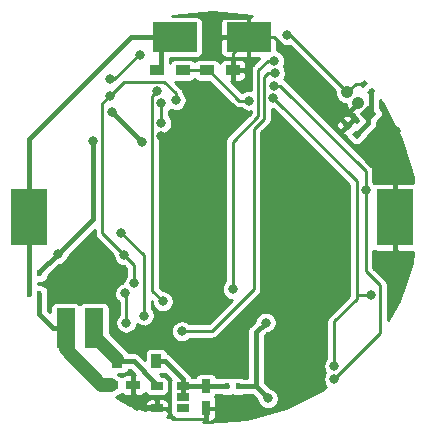
<source format=gbl>
G04 #@! TF.GenerationSoftware,KiCad,Pcbnew,no-vcs-found-f2763e9~58~ubuntu16.04.1*
G04 #@! TF.CreationDate,2017-03-23T18:14:37+02:00*
G04 #@! TF.ProjectId,multisensor_cr2032,6D756C746973656E736F725F63723230,rev?*
G04 #@! TF.FileFunction,Copper,L2,Bot,Signal*
G04 #@! TF.FilePolarity,Positive*
%FSLAX46Y46*%
G04 Gerber Fmt 4.6, Leading zero omitted, Abs format (unit mm)*
G04 Created by KiCad (PCBNEW no-vcs-found-f2763e9~58~ubuntu16.04.1) date Thu Mar 23 18:14:37 2017*
%MOMM*%
%LPD*%
G01*
G04 APERTURE LIST*
%ADD10C,0.100000*%
%ADD11C,0.400000*%
%ADD12R,3.149600X4.775200*%
%ADD13R,1.200000X0.750000*%
%ADD14R,3.750000X2.500000*%
%ADD15R,0.750000X1.200000*%
%ADD16R,0.900000X1.200000*%
%ADD17R,1.600000X3.400000*%
%ADD18R,1.060000X0.650000*%
%ADD19R,1.200000X0.900000*%
%ADD20R,0.400000X0.600000*%
%ADD21C,0.500000*%
%ADD22C,1.000000*%
%ADD23C,1.000000*%
%ADD24C,0.800000*%
%ADD25C,0.250000*%
%ADD26C,0.450000*%
%ADD27C,1.200000*%
%ADD28C,0.254000*%
G04 APERTURE END LIST*
D10*
D11*
X129681802Y-75581802D03*
D10*
G36*
X130035355Y-75511091D02*
X129611091Y-75935355D01*
X129328249Y-75652513D01*
X129752513Y-75228249D01*
X130035355Y-75511091D01*
X130035355Y-75511091D01*
G37*
D11*
X130318198Y-76218198D03*
D10*
G36*
X130671751Y-76147487D02*
X130247487Y-76571751D01*
X129964645Y-76288909D01*
X130388909Y-75864645D01*
X130671751Y-76147487D01*
X130671751Y-76147487D01*
G37*
D12*
X101346000Y-86868000D03*
X132384800Y-86868000D03*
D13*
X108270000Y-101092000D03*
X110170000Y-101092000D03*
D14*
X119965000Y-71628000D03*
X113715000Y-71628000D03*
D15*
X116332000Y-101158000D03*
X116332000Y-103058000D03*
D16*
X108840000Y-99060000D03*
X112140000Y-99060000D03*
D17*
X106864000Y-96266000D03*
X104464000Y-96266000D03*
D18*
X112184000Y-101158000D03*
X112184000Y-103058000D03*
X114384000Y-103058000D03*
X114384000Y-102108000D03*
X114384000Y-101158000D03*
D19*
X112184000Y-74422000D03*
X114384000Y-74422000D03*
X116418000Y-74422000D03*
X118618000Y-74422000D03*
D20*
X102250000Y-93400000D03*
X101350000Y-93400000D03*
X102250000Y-91600000D03*
X101350000Y-91600000D03*
X119050000Y-101200000D03*
X118150000Y-101200000D03*
D21*
X129088909Y-79888909D03*
D10*
G36*
X128700000Y-79853554D02*
X129053554Y-79500000D01*
X129477818Y-79924264D01*
X129124264Y-80277818D01*
X128700000Y-79853554D01*
X128700000Y-79853554D01*
G37*
D21*
X128311091Y-79111091D03*
D10*
G36*
X127922182Y-79075736D02*
X128275736Y-78722182D01*
X128700000Y-79146446D01*
X128346446Y-79500000D01*
X127922182Y-79075736D01*
X127922182Y-79075736D01*
G37*
D22*
X128303949Y-76303949D03*
D23*
X128303949Y-76303949D02*
X128303949Y-76303949D01*
D22*
X129201974Y-77201974D03*
D23*
X129201974Y-77201974D02*
X129201974Y-77201974D01*
D22*
X130100000Y-78100000D03*
D10*
G36*
X130100000Y-77392893D02*
X130807107Y-78100000D01*
X130100000Y-78807107D01*
X129392893Y-78100000D01*
X130100000Y-77392893D01*
X130100000Y-77392893D01*
G37*
D24*
X127324990Y-78200000D03*
X112575010Y-80010000D03*
X114500000Y-91400000D03*
X133600000Y-90200000D03*
X132400000Y-79600000D03*
X116796975Y-70121872D03*
X110490000Y-102870000D03*
X122193044Y-74682769D03*
X114300000Y-96520000D03*
X110975010Y-80518000D03*
X121400000Y-95800000D03*
X108400008Y-78000000D03*
X121600000Y-102200000D03*
X106800000Y-80400000D03*
X103800000Y-90000000D03*
X109424990Y-90100000D03*
X110275010Y-92456000D03*
X108200000Y-76600000D03*
X113792000Y-76948990D03*
X111100000Y-95200000D03*
X109193988Y-88200000D03*
X112575010Y-78914469D03*
X112575010Y-77230892D03*
X109500000Y-93300000D03*
X109600000Y-95800000D03*
X122134383Y-73634397D03*
X118618000Y-92963988D03*
X112700000Y-94000000D03*
X112212039Y-76175931D03*
X108200008Y-75200000D03*
X110744000Y-73152000D03*
X119999992Y-77000000D03*
X127200000Y-100600000D03*
X122078199Y-75731036D03*
X129875010Y-84582000D03*
X130324990Y-93500000D03*
X127200000Y-99499992D03*
X122050023Y-76798569D03*
X123189490Y-71485520D03*
D25*
X132400000Y-79600000D02*
X130900000Y-81100000D01*
X130900000Y-81100000D02*
X129000000Y-81100000D01*
X129000000Y-81100000D02*
X127900000Y-80000000D01*
X127900000Y-80000000D02*
X127900000Y-79522182D01*
X127900000Y-79522182D02*
X128311091Y-79111091D01*
X128311091Y-79111091D02*
X128236081Y-79111091D01*
X128236081Y-79111091D02*
X127324990Y-78200000D01*
X127324990Y-76862990D02*
X127324990Y-78200000D01*
X122090000Y-71628000D02*
X127324990Y-76862990D01*
X119965000Y-71628000D02*
X122090000Y-71628000D01*
X114500000Y-81934990D02*
X112575010Y-80010000D01*
X114500000Y-91400000D02*
X114500000Y-81934990D01*
X133600000Y-90200000D02*
X133034315Y-90200000D01*
X133034315Y-90200000D02*
X132384800Y-89550485D01*
X132384800Y-89550485D02*
X132384800Y-86868000D01*
X112184000Y-103058000D02*
X112858000Y-103058000D01*
X112858000Y-103058000D02*
X113400000Y-103600000D01*
X113400000Y-103600000D02*
X113400000Y-103800000D01*
X113400000Y-103800000D02*
X113600000Y-104000000D01*
X113600000Y-104000000D02*
X116264000Y-104000000D01*
X116264000Y-104000000D02*
X116332000Y-103932000D01*
X116332000Y-103932000D02*
X116332000Y-103468000D01*
X116332000Y-103468000D02*
X116600000Y-103200000D01*
X118618000Y-74582000D02*
X118618000Y-74422000D01*
X119965000Y-71628000D02*
X119965000Y-70000000D01*
X119965000Y-70000000D02*
X116918847Y-70000000D01*
X116918847Y-70000000D02*
X116796975Y-70121872D01*
X116332000Y-103932000D02*
X116332000Y-103058000D01*
X112184000Y-103058000D02*
X111458000Y-103058000D01*
X111458000Y-103058000D02*
X110170000Y-101770000D01*
X110170000Y-101770000D02*
X110170000Y-101092000D01*
X110490000Y-102870000D02*
X111996000Y-102870000D01*
X111996000Y-102870000D02*
X112184000Y-103058000D01*
X118618000Y-74422000D02*
X118618000Y-72975000D01*
X118618000Y-72975000D02*
X119965000Y-71628000D01*
X120382998Y-92977002D02*
X120382999Y-79417003D01*
X121275013Y-78524989D02*
X121275013Y-75035115D01*
X121275013Y-75035115D02*
X121627359Y-74682769D01*
X121627359Y-74682769D02*
X122193044Y-74682769D01*
X120382999Y-79417003D02*
X121275013Y-78524989D01*
X116840000Y-96520000D02*
X120382998Y-92977002D01*
X114300000Y-96520000D02*
X116840000Y-96520000D01*
D26*
X129088909Y-79888909D02*
X130100000Y-78877818D01*
X130100000Y-78877818D02*
X130100000Y-78100000D01*
X130318198Y-76218198D02*
X130318198Y-77881802D01*
X130318198Y-77881802D02*
X130100000Y-78100000D01*
X108400008Y-78000000D02*
X110918008Y-80518000D01*
X110918008Y-80518000D02*
X110975010Y-80518000D01*
X120600000Y-96600000D02*
X121400000Y-95800000D01*
X120600000Y-101200000D02*
X120600000Y-96600000D01*
X119050000Y-101200000D02*
X120600000Y-101200000D01*
X120600000Y-101200000D02*
X121600000Y-102200000D01*
X102250000Y-91600000D02*
X102250000Y-91550000D01*
X102250000Y-91550000D02*
X103800000Y-90000000D01*
X103800000Y-90000000D02*
X106800000Y-87000000D01*
X106800000Y-87000000D02*
X106800000Y-80400000D01*
D25*
X110275010Y-90950020D02*
X109424990Y-90100000D01*
X107575002Y-88250012D02*
X109424990Y-90100000D01*
X107575002Y-77224998D02*
X107575002Y-88250012D01*
X110275010Y-92456000D02*
X110275010Y-90950020D01*
X108200000Y-76600000D02*
X107575002Y-77224998D01*
X109399070Y-75400930D02*
X108200000Y-76600000D01*
X112809625Y-75400930D02*
X109399070Y-75400930D01*
X113792000Y-76948990D02*
X113792000Y-76383305D01*
X113792000Y-76383305D02*
X112809625Y-75400930D01*
X111100000Y-90106012D02*
X111100000Y-95200000D01*
X109193988Y-88200000D02*
X111100000Y-90106012D01*
X112575010Y-78914469D02*
X112575010Y-77230892D01*
X109600000Y-95800000D02*
X109600000Y-93400000D01*
X109600000Y-93400000D02*
X109500000Y-93300000D01*
X118618000Y-80474880D02*
X118618000Y-92963988D01*
X122134383Y-73634397D02*
X121568698Y-73634397D01*
X120775006Y-78317874D02*
X118618000Y-80474880D01*
X121568698Y-73634397D02*
X120775006Y-74428089D01*
X120775006Y-74428089D02*
X120775006Y-78317874D01*
X111800000Y-93100000D02*
X112700000Y-94000000D01*
X111800000Y-76587970D02*
X111800000Y-93100000D01*
X112212039Y-76175931D02*
X111800000Y-76587970D01*
X108840000Y-99060000D02*
X108840000Y-98910000D01*
D27*
X108840000Y-98910000D02*
X106864000Y-96934000D01*
D25*
X106864000Y-96934000D02*
X106864000Y-96266000D01*
D26*
X111979000Y-101158000D02*
X111979000Y-100803000D01*
X111979000Y-100803000D02*
X110236000Y-99060000D01*
X110236000Y-99060000D02*
X108840000Y-99060000D01*
D25*
X112184000Y-101158000D02*
X111979000Y-101158000D01*
X110744000Y-73152000D02*
X110648000Y-73152000D01*
X110648000Y-73152000D02*
X108600000Y-75200000D01*
X108600000Y-75200000D02*
X108200008Y-75200000D01*
X119146000Y-77000000D02*
X119999992Y-77000000D01*
X116418000Y-74422000D02*
X116568000Y-74422000D01*
X116568000Y-74422000D02*
X119146000Y-77000000D01*
X116418000Y-74422000D02*
X114384000Y-74422000D01*
D26*
X101350000Y-91600000D02*
X101350000Y-93400000D01*
X101350000Y-91600000D02*
X101350000Y-86872000D01*
X101350000Y-86872000D02*
X101346000Y-86868000D01*
X113715000Y-71628000D02*
X109972000Y-71628000D01*
X109972000Y-71628000D02*
X101346000Y-80254000D01*
X101346000Y-80254000D02*
X101346000Y-86868000D01*
X101346000Y-86868000D02*
X101214000Y-87000000D01*
X101214000Y-87000000D02*
X101400000Y-87000000D01*
X112184000Y-74422000D02*
X112522000Y-74084000D01*
X112522000Y-74084000D02*
X112522000Y-72821000D01*
X112522000Y-72821000D02*
X113715000Y-71628000D01*
X102250000Y-93400000D02*
X102250000Y-95102000D01*
X103414000Y-96266000D02*
X104464000Y-96266000D01*
X102250000Y-95102000D02*
X103414000Y-96266000D01*
D27*
X108270000Y-101092000D02*
X107492000Y-101092000D01*
X107492000Y-101092000D02*
X104464000Y-98064000D01*
X104464000Y-98064000D02*
X104464000Y-96266000D01*
X107986000Y-101092000D02*
X108270000Y-101092000D01*
D26*
X116332000Y-101158000D02*
X118108000Y-101158000D01*
D25*
X118108000Y-101158000D02*
X118150000Y-101200000D01*
X111810000Y-99060000D02*
X112140000Y-99060000D01*
D26*
X114384000Y-101158000D02*
X116332000Y-101158000D01*
X114384000Y-101158000D02*
X114384000Y-100583000D01*
X112861000Y-99060000D02*
X112140000Y-99060000D01*
X114384000Y-100583000D02*
X112861000Y-99060000D01*
X114384000Y-102108000D02*
X114384000Y-101158000D01*
D25*
X131100000Y-92652996D02*
X131100000Y-96700000D01*
X129875010Y-84582000D02*
X129875010Y-91428006D01*
X129875010Y-91428006D02*
X131100000Y-92652996D01*
X131100000Y-96700000D02*
X127200000Y-100600000D01*
X122643884Y-75731036D02*
X122078199Y-75731036D01*
X129875010Y-82962162D02*
X122643884Y-75731036D01*
X129875010Y-84582000D02*
X129875010Y-82962162D01*
X129200000Y-93500000D02*
X130324990Y-93500000D01*
X129100000Y-93600000D02*
X129200000Y-93500000D01*
X129100000Y-83848546D02*
X129100000Y-93600000D01*
X129100000Y-93600000D02*
X129100000Y-93800000D01*
X129100000Y-93800000D02*
X127200000Y-95700000D01*
X127200000Y-95700000D02*
X127200000Y-99499992D01*
X122050023Y-76798569D02*
X129100000Y-83848546D01*
X129681802Y-75581802D02*
X129026096Y-75581802D01*
X129026096Y-75581802D02*
X128303949Y-76303949D01*
X128303949Y-76303949D02*
X123485520Y-71485520D01*
X123485520Y-71485520D02*
X123189490Y-71485520D01*
D28*
G36*
X115443552Y-75246448D02*
X115523798Y-75312304D01*
X115615350Y-75361239D01*
X115714690Y-75391374D01*
X115818000Y-75401549D01*
X116625481Y-75401549D01*
X118684967Y-77461034D01*
X118731518Y-77499271D01*
X118777642Y-77537974D01*
X118780647Y-77539626D01*
X118783296Y-77541802D01*
X118836371Y-77570261D01*
X118889150Y-77599276D01*
X118892418Y-77600313D01*
X118895440Y-77601933D01*
X118953066Y-77619551D01*
X119010442Y-77637752D01*
X119013846Y-77638134D01*
X119017127Y-77639137D01*
X119077133Y-77645233D01*
X119136897Y-77651936D01*
X119143588Y-77651983D01*
X119143725Y-77651997D01*
X119143853Y-77651985D01*
X119146000Y-77652000D01*
X119340884Y-77652000D01*
X119396278Y-77709362D01*
X119545558Y-77813114D01*
X119712147Y-77885895D01*
X119889700Y-77924932D01*
X120071455Y-77928740D01*
X120123006Y-77919650D01*
X120123006Y-78047806D01*
X118156966Y-80013846D01*
X118118690Y-80060445D01*
X118080026Y-80106522D01*
X118078376Y-80109524D01*
X118076198Y-80112175D01*
X118047728Y-80165272D01*
X118018724Y-80218030D01*
X118017687Y-80221298D01*
X118016067Y-80224320D01*
X117998449Y-80281946D01*
X117980248Y-80339322D01*
X117979866Y-80342726D01*
X117978863Y-80346007D01*
X117972772Y-80405969D01*
X117966064Y-80465777D01*
X117966017Y-80472478D01*
X117966004Y-80472605D01*
X117966015Y-80472723D01*
X117966000Y-80474880D01*
X117966000Y-92304958D01*
X117904441Y-92365241D01*
X117801733Y-92515242D01*
X117730117Y-92682335D01*
X117692320Y-92860156D01*
X117689782Y-93041933D01*
X117722599Y-93220740D01*
X117789522Y-93389768D01*
X117888001Y-93542578D01*
X118014286Y-93673350D01*
X118163566Y-93777102D01*
X118330155Y-93849883D01*
X118507708Y-93888920D01*
X118548165Y-93889768D01*
X116569932Y-95868000D01*
X114959015Y-95868000D01*
X114893751Y-95802278D01*
X114743037Y-95700621D01*
X114575448Y-95630173D01*
X114397367Y-95593618D01*
X114215577Y-95592349D01*
X114037003Y-95626413D01*
X113868447Y-95694515D01*
X113716328Y-95794058D01*
X113586441Y-95921253D01*
X113483733Y-96071254D01*
X113412117Y-96238347D01*
X113374320Y-96416168D01*
X113371782Y-96597945D01*
X113404599Y-96776752D01*
X113471522Y-96945780D01*
X113570001Y-97098590D01*
X113696286Y-97229362D01*
X113845566Y-97333114D01*
X114012155Y-97405895D01*
X114189708Y-97444932D01*
X114371463Y-97448740D01*
X114550495Y-97417171D01*
X114719986Y-97351430D01*
X114873479Y-97254020D01*
X114959609Y-97172000D01*
X116840000Y-97172000D01*
X116899953Y-97166122D01*
X116959937Y-97160874D01*
X116963229Y-97159918D01*
X116966641Y-97159583D01*
X117024283Y-97142180D01*
X117082132Y-97125373D01*
X117085177Y-97123795D01*
X117088458Y-97122804D01*
X117141633Y-97094530D01*
X117195105Y-97066813D01*
X117197784Y-97064675D01*
X117200811Y-97063065D01*
X117247506Y-97024982D01*
X117294552Y-96987425D01*
X117299324Y-96982720D01*
X117299422Y-96982640D01*
X117299497Y-96982550D01*
X117301034Y-96981034D01*
X120844032Y-93438035D01*
X120882288Y-93391462D01*
X120920972Y-93345360D01*
X120922622Y-93342358D01*
X120924800Y-93339707D01*
X120953270Y-93286610D01*
X120982274Y-93233852D01*
X120983311Y-93230584D01*
X120984931Y-93227562D01*
X121002549Y-93169936D01*
X121020750Y-93112560D01*
X121021132Y-93109156D01*
X121022135Y-93105875D01*
X121028226Y-93045913D01*
X121034934Y-92986105D01*
X121034981Y-92979404D01*
X121034994Y-92979277D01*
X121034983Y-92979159D01*
X121034998Y-92977002D01*
X121034999Y-79687071D01*
X121736046Y-78986023D01*
X121774298Y-78939454D01*
X121812987Y-78893347D01*
X121814637Y-78890345D01*
X121816815Y-78887694D01*
X121845296Y-78834578D01*
X121874289Y-78781839D01*
X121875325Y-78778573D01*
X121876946Y-78775550D01*
X121894569Y-78717909D01*
X121912765Y-78660547D01*
X121913147Y-78657143D01*
X121914150Y-78653862D01*
X121920241Y-78593896D01*
X121926949Y-78534092D01*
X121926996Y-78527392D01*
X121927009Y-78527265D01*
X121926998Y-78527147D01*
X121927013Y-78524989D01*
X121927013Y-77720705D01*
X121939731Y-77723501D01*
X122055308Y-77725922D01*
X128448000Y-84118614D01*
X128448000Y-93529933D01*
X126738966Y-95238966D01*
X126700690Y-95285565D01*
X126662026Y-95331642D01*
X126660376Y-95334644D01*
X126658198Y-95337295D01*
X126629728Y-95390392D01*
X126600724Y-95443150D01*
X126599687Y-95446418D01*
X126598067Y-95449440D01*
X126580449Y-95507066D01*
X126562248Y-95564442D01*
X126561866Y-95567846D01*
X126560863Y-95571127D01*
X126554772Y-95631089D01*
X126548064Y-95690897D01*
X126548017Y-95697598D01*
X126548004Y-95697725D01*
X126548015Y-95697843D01*
X126548000Y-95700000D01*
X126548000Y-98840962D01*
X126486441Y-98901245D01*
X126383733Y-99051246D01*
X126312117Y-99218339D01*
X126274320Y-99396160D01*
X126271782Y-99577937D01*
X126304599Y-99756744D01*
X126371522Y-99925772D01*
X126452300Y-100051115D01*
X126383733Y-100151254D01*
X126312117Y-100318347D01*
X126274320Y-100496168D01*
X126271782Y-100677945D01*
X126304599Y-100856752D01*
X126371522Y-101025780D01*
X126470001Y-101178590D01*
X126521355Y-101231769D01*
X126143081Y-101527309D01*
X123118563Y-103055103D01*
X119854898Y-103966335D01*
X116476396Y-104226296D01*
X116127551Y-104184699D01*
X116259000Y-104053250D01*
X116259000Y-103131000D01*
X116405000Y-103131000D01*
X116405000Y-104053250D01*
X116536750Y-104185000D01*
X116758905Y-104185000D01*
X116860720Y-104164748D01*
X116956628Y-104125021D01*
X117042943Y-104067348D01*
X117116348Y-103993943D01*
X117174021Y-103907628D01*
X117213748Y-103811720D01*
X117234000Y-103709905D01*
X117234000Y-103262750D01*
X117102250Y-103131000D01*
X116405000Y-103131000D01*
X116259000Y-103131000D01*
X116239000Y-103131000D01*
X116239000Y-102985000D01*
X116259000Y-102985000D01*
X116259000Y-102965000D01*
X116405000Y-102965000D01*
X116405000Y-102985000D01*
X117102250Y-102985000D01*
X117234000Y-102853250D01*
X117234000Y-102406095D01*
X117213748Y-102304280D01*
X117174021Y-102208372D01*
X117116348Y-102122057D01*
X117101863Y-102107572D01*
X117147304Y-102052202D01*
X117196239Y-101960650D01*
X117211604Y-101910000D01*
X117618872Y-101910000D01*
X117655798Y-101940304D01*
X117747350Y-101989239D01*
X117846690Y-102019374D01*
X117950000Y-102029549D01*
X118350000Y-102029549D01*
X118453310Y-102019374D01*
X118552650Y-101989239D01*
X118600000Y-101963930D01*
X118647350Y-101989239D01*
X118746690Y-102019374D01*
X118850000Y-102029549D01*
X119250000Y-102029549D01*
X119353310Y-102019374D01*
X119452650Y-101989239D01*
X119522320Y-101952000D01*
X120288512Y-101952000D01*
X120684668Y-102348157D01*
X120704599Y-102456752D01*
X120771522Y-102625780D01*
X120870001Y-102778590D01*
X120996286Y-102909362D01*
X121145566Y-103013114D01*
X121312155Y-103085895D01*
X121489708Y-103124932D01*
X121671463Y-103128740D01*
X121850495Y-103097171D01*
X122019986Y-103031430D01*
X122173479Y-102934020D01*
X122305130Y-102808651D01*
X122409921Y-102660099D01*
X122483864Y-102494022D01*
X122524140Y-102316746D01*
X122527039Y-102109103D01*
X122491729Y-101930771D01*
X122422452Y-101762694D01*
X122321849Y-101611274D01*
X122193751Y-101482278D01*
X122043037Y-101380621D01*
X121875448Y-101310173D01*
X121747371Y-101283882D01*
X121352000Y-100888512D01*
X121352000Y-96911488D01*
X121548296Y-96715192D01*
X121650495Y-96697171D01*
X121819986Y-96631430D01*
X121973479Y-96534020D01*
X122105130Y-96408651D01*
X122209921Y-96260099D01*
X122283864Y-96094022D01*
X122324140Y-95916746D01*
X122327039Y-95709103D01*
X122291729Y-95530771D01*
X122222452Y-95362694D01*
X122121849Y-95211274D01*
X121993751Y-95082278D01*
X121843037Y-94980621D01*
X121675448Y-94910173D01*
X121497367Y-94873618D01*
X121315577Y-94872349D01*
X121137003Y-94906413D01*
X120968447Y-94974515D01*
X120816328Y-95074058D01*
X120686441Y-95201253D01*
X120583733Y-95351254D01*
X120512117Y-95518347D01*
X120483491Y-95653021D01*
X120068256Y-96068256D01*
X120024174Y-96121922D01*
X119979515Y-96175145D01*
X119977610Y-96178611D01*
X119975100Y-96181666D01*
X119942280Y-96242875D01*
X119908810Y-96303756D01*
X119907614Y-96307526D01*
X119905746Y-96311010D01*
X119885438Y-96377434D01*
X119864433Y-96443650D01*
X119863992Y-96447579D01*
X119862836Y-96451361D01*
X119855820Y-96520439D01*
X119848073Y-96589500D01*
X119848019Y-96597235D01*
X119848005Y-96597375D01*
X119848017Y-96597506D01*
X119848000Y-96600000D01*
X119848000Y-100448000D01*
X119522320Y-100448000D01*
X119452650Y-100410761D01*
X119353310Y-100380626D01*
X119250000Y-100370451D01*
X118850000Y-100370451D01*
X118746690Y-100380626D01*
X118647350Y-100410761D01*
X118600000Y-100436070D01*
X118552650Y-100410761D01*
X118453310Y-100380626D01*
X118350000Y-100370451D01*
X117950000Y-100370451D01*
X117846690Y-100380626D01*
X117763045Y-100406000D01*
X117211604Y-100406000D01*
X117196239Y-100355350D01*
X117147304Y-100263798D01*
X117081448Y-100183552D01*
X117001202Y-100117696D01*
X116909650Y-100068761D01*
X116810310Y-100038626D01*
X116707000Y-100028451D01*
X115957000Y-100028451D01*
X115853690Y-100038626D01*
X115754350Y-100068761D01*
X115662798Y-100117696D01*
X115582552Y-100183552D01*
X115516696Y-100263798D01*
X115467761Y-100355350D01*
X115452396Y-100406000D01*
X115224413Y-100406000D01*
X115208202Y-100392696D01*
X115116650Y-100343761D01*
X115091647Y-100336176D01*
X115082221Y-100303731D01*
X115080403Y-100300223D01*
X115079259Y-100296435D01*
X115046625Y-100235059D01*
X115014680Y-100173432D01*
X115012215Y-100170344D01*
X115010357Y-100166850D01*
X114966447Y-100113010D01*
X114923117Y-100058732D01*
X114917691Y-100053230D01*
X114917597Y-100053115D01*
X114917490Y-100053027D01*
X114915744Y-100051256D01*
X113392744Y-98528256D01*
X113339078Y-98484174D01*
X113285855Y-98439515D01*
X113282389Y-98437610D01*
X113279334Y-98435100D01*
X113218125Y-98402280D01*
X113157244Y-98368810D01*
X113153474Y-98367614D01*
X113149990Y-98365746D01*
X113108250Y-98352985D01*
X113079239Y-98257350D01*
X113030304Y-98165798D01*
X112964448Y-98085552D01*
X112884202Y-98019696D01*
X112792650Y-97970761D01*
X112693310Y-97940626D01*
X112590000Y-97930451D01*
X111690000Y-97930451D01*
X111586690Y-97940626D01*
X111487350Y-97970761D01*
X111395798Y-98019696D01*
X111315552Y-98085552D01*
X111249696Y-98165798D01*
X111200761Y-98257350D01*
X111170626Y-98356690D01*
X111160451Y-98460000D01*
X111160451Y-98920963D01*
X110767744Y-98528256D01*
X110714078Y-98484174D01*
X110660855Y-98439515D01*
X110657389Y-98437610D01*
X110654334Y-98435100D01*
X110593125Y-98402280D01*
X110532244Y-98368810D01*
X110528474Y-98367614D01*
X110524990Y-98365746D01*
X110458566Y-98345438D01*
X110392350Y-98324433D01*
X110388421Y-98323992D01*
X110384639Y-98322836D01*
X110315561Y-98315820D01*
X110246500Y-98308073D01*
X110238765Y-98308019D01*
X110238625Y-98308005D01*
X110238494Y-98308017D01*
X110236000Y-98308000D01*
X109794604Y-98308000D01*
X109779239Y-98257350D01*
X109730304Y-98165798D01*
X109664448Y-98085552D01*
X109584202Y-98019696D01*
X109496794Y-97972976D01*
X108193549Y-96669731D01*
X108193549Y-94566000D01*
X108183374Y-94462690D01*
X108153239Y-94363350D01*
X108104304Y-94271798D01*
X108038448Y-94191552D01*
X107958202Y-94125696D01*
X107866650Y-94076761D01*
X107767310Y-94046626D01*
X107664000Y-94036451D01*
X106064000Y-94036451D01*
X105960690Y-94046626D01*
X105861350Y-94076761D01*
X105769798Y-94125696D01*
X105689552Y-94191552D01*
X105664000Y-94222687D01*
X105638448Y-94191552D01*
X105558202Y-94125696D01*
X105466650Y-94076761D01*
X105367310Y-94046626D01*
X105264000Y-94036451D01*
X103664000Y-94036451D01*
X103560690Y-94046626D01*
X103461350Y-94076761D01*
X103369798Y-94125696D01*
X103289552Y-94191552D01*
X103223696Y-94271798D01*
X103174761Y-94363350D01*
X103144626Y-94462690D01*
X103134451Y-94566000D01*
X103134451Y-94922963D01*
X103002000Y-94790512D01*
X103002000Y-93400000D01*
X102987678Y-93253936D01*
X102979549Y-93227011D01*
X102979549Y-93100000D01*
X102969374Y-92996690D01*
X102939239Y-92897350D01*
X102890304Y-92805798D01*
X102824448Y-92725552D01*
X102744202Y-92659696D01*
X102652650Y-92610761D01*
X102553310Y-92580626D01*
X102450000Y-92570451D01*
X102102000Y-92570451D01*
X102102000Y-92429549D01*
X102450000Y-92429549D01*
X102553310Y-92419374D01*
X102652650Y-92389239D01*
X102744202Y-92340304D01*
X102824448Y-92274448D01*
X102890304Y-92194202D01*
X102939239Y-92102650D01*
X102969374Y-92003310D01*
X102979549Y-91900000D01*
X102979549Y-91883939D01*
X103948296Y-90915192D01*
X104050495Y-90897171D01*
X104219986Y-90831430D01*
X104373479Y-90734020D01*
X104505130Y-90608651D01*
X104609921Y-90460099D01*
X104683864Y-90294022D01*
X104717495Y-90145993D01*
X106923002Y-87940487D01*
X106923002Y-88250012D01*
X106928880Y-88309965D01*
X106934128Y-88369949D01*
X106935084Y-88373241D01*
X106935419Y-88376653D01*
X106952822Y-88434295D01*
X106969629Y-88492144D01*
X106971207Y-88495189D01*
X106972198Y-88498470D01*
X107000472Y-88551645D01*
X107028189Y-88605117D01*
X107030327Y-88607796D01*
X107031937Y-88610823D01*
X107070020Y-88657518D01*
X107107577Y-88704564D01*
X107112282Y-88709336D01*
X107112362Y-88709434D01*
X107112452Y-88709509D01*
X107113968Y-88711046D01*
X108497930Y-90095008D01*
X108496772Y-90177945D01*
X108529589Y-90356752D01*
X108596512Y-90525780D01*
X108694991Y-90678590D01*
X108821276Y-90809362D01*
X108970556Y-90913114D01*
X109137145Y-90985895D01*
X109314698Y-91024932D01*
X109430276Y-91027354D01*
X109623010Y-91220087D01*
X109623010Y-91796970D01*
X109561451Y-91857253D01*
X109458743Y-92007254D01*
X109387127Y-92174347D01*
X109349330Y-92352168D01*
X109348871Y-92385074D01*
X109237003Y-92406413D01*
X109068447Y-92474515D01*
X108916328Y-92574058D01*
X108786441Y-92701253D01*
X108683733Y-92851254D01*
X108612117Y-93018347D01*
X108574320Y-93196168D01*
X108571782Y-93377945D01*
X108604599Y-93556752D01*
X108671522Y-93725780D01*
X108770001Y-93878590D01*
X108896286Y-94009362D01*
X108948000Y-94045304D01*
X108948000Y-95140970D01*
X108886441Y-95201253D01*
X108783733Y-95351254D01*
X108712117Y-95518347D01*
X108674320Y-95696168D01*
X108671782Y-95877945D01*
X108704599Y-96056752D01*
X108771522Y-96225780D01*
X108870001Y-96378590D01*
X108996286Y-96509362D01*
X109145566Y-96613114D01*
X109312155Y-96685895D01*
X109489708Y-96724932D01*
X109671463Y-96728740D01*
X109850495Y-96697171D01*
X110019986Y-96631430D01*
X110173479Y-96534020D01*
X110305130Y-96408651D01*
X110409921Y-96260099D01*
X110483864Y-96094022D01*
X110521790Y-95927088D01*
X110645566Y-96013114D01*
X110812155Y-96085895D01*
X110989708Y-96124932D01*
X111171463Y-96128740D01*
X111350495Y-96097171D01*
X111519986Y-96031430D01*
X111673479Y-95934020D01*
X111805130Y-95808651D01*
X111909921Y-95660099D01*
X111983864Y-95494022D01*
X112024140Y-95316746D01*
X112027039Y-95109103D01*
X111991729Y-94930771D01*
X111922452Y-94762694D01*
X111821849Y-94611274D01*
X111752000Y-94540935D01*
X111752000Y-93974068D01*
X111772940Y-93995008D01*
X111771782Y-94077945D01*
X111804599Y-94256752D01*
X111871522Y-94425780D01*
X111970001Y-94578590D01*
X112096286Y-94709362D01*
X112245566Y-94813114D01*
X112412155Y-94885895D01*
X112589708Y-94924932D01*
X112771463Y-94928740D01*
X112950495Y-94897171D01*
X113119986Y-94831430D01*
X113273479Y-94734020D01*
X113405130Y-94608651D01*
X113509921Y-94460099D01*
X113583864Y-94294022D01*
X113624140Y-94116746D01*
X113627039Y-93909103D01*
X113591729Y-93730771D01*
X113522452Y-93562694D01*
X113421849Y-93411274D01*
X113293751Y-93282278D01*
X113143037Y-93180621D01*
X112975448Y-93110173D01*
X112797367Y-93073618D01*
X112694971Y-93072903D01*
X112452000Y-92829932D01*
X112452000Y-79836605D01*
X112464718Y-79839401D01*
X112646473Y-79843209D01*
X112825505Y-79811640D01*
X112994996Y-79745899D01*
X113148489Y-79648489D01*
X113280140Y-79523120D01*
X113384931Y-79374568D01*
X113458874Y-79208491D01*
X113499150Y-79031215D01*
X113502049Y-78823572D01*
X113466739Y-78645240D01*
X113397462Y-78477163D01*
X113296859Y-78325743D01*
X113227010Y-78255404D01*
X113227010Y-77890138D01*
X113280140Y-77839543D01*
X113335688Y-77760799D01*
X113337566Y-77762104D01*
X113504155Y-77834885D01*
X113681708Y-77873922D01*
X113863463Y-77877730D01*
X114042495Y-77846161D01*
X114211986Y-77780420D01*
X114365479Y-77683010D01*
X114497130Y-77557641D01*
X114601921Y-77409089D01*
X114675864Y-77243012D01*
X114716140Y-77065736D01*
X114719039Y-76858093D01*
X114683729Y-76679761D01*
X114614452Y-76511684D01*
X114513849Y-76360264D01*
X114434346Y-76280204D01*
X114432873Y-76263368D01*
X114431918Y-76260081D01*
X114431583Y-76256664D01*
X114414153Y-76198934D01*
X114397372Y-76141173D01*
X114395796Y-76138132D01*
X114394804Y-76134847D01*
X114366512Y-76081637D01*
X114338813Y-76028200D01*
X114336675Y-76025521D01*
X114335065Y-76022494D01*
X114296982Y-75975799D01*
X114259425Y-75928753D01*
X114254720Y-75923981D01*
X114254640Y-75923883D01*
X114254550Y-75923808D01*
X114253034Y-75922271D01*
X113726665Y-75395902D01*
X113784000Y-75401549D01*
X114984000Y-75401549D01*
X115087310Y-75391374D01*
X115186650Y-75361239D01*
X115278202Y-75312304D01*
X115358448Y-75246448D01*
X115401000Y-75194598D01*
X115443552Y-75246448D01*
X115443552Y-75246448D01*
G37*
X115443552Y-75246448D02*
X115523798Y-75312304D01*
X115615350Y-75361239D01*
X115714690Y-75391374D01*
X115818000Y-75401549D01*
X116625481Y-75401549D01*
X118684967Y-77461034D01*
X118731518Y-77499271D01*
X118777642Y-77537974D01*
X118780647Y-77539626D01*
X118783296Y-77541802D01*
X118836371Y-77570261D01*
X118889150Y-77599276D01*
X118892418Y-77600313D01*
X118895440Y-77601933D01*
X118953066Y-77619551D01*
X119010442Y-77637752D01*
X119013846Y-77638134D01*
X119017127Y-77639137D01*
X119077133Y-77645233D01*
X119136897Y-77651936D01*
X119143588Y-77651983D01*
X119143725Y-77651997D01*
X119143853Y-77651985D01*
X119146000Y-77652000D01*
X119340884Y-77652000D01*
X119396278Y-77709362D01*
X119545558Y-77813114D01*
X119712147Y-77885895D01*
X119889700Y-77924932D01*
X120071455Y-77928740D01*
X120123006Y-77919650D01*
X120123006Y-78047806D01*
X118156966Y-80013846D01*
X118118690Y-80060445D01*
X118080026Y-80106522D01*
X118078376Y-80109524D01*
X118076198Y-80112175D01*
X118047728Y-80165272D01*
X118018724Y-80218030D01*
X118017687Y-80221298D01*
X118016067Y-80224320D01*
X117998449Y-80281946D01*
X117980248Y-80339322D01*
X117979866Y-80342726D01*
X117978863Y-80346007D01*
X117972772Y-80405969D01*
X117966064Y-80465777D01*
X117966017Y-80472478D01*
X117966004Y-80472605D01*
X117966015Y-80472723D01*
X117966000Y-80474880D01*
X117966000Y-92304958D01*
X117904441Y-92365241D01*
X117801733Y-92515242D01*
X117730117Y-92682335D01*
X117692320Y-92860156D01*
X117689782Y-93041933D01*
X117722599Y-93220740D01*
X117789522Y-93389768D01*
X117888001Y-93542578D01*
X118014286Y-93673350D01*
X118163566Y-93777102D01*
X118330155Y-93849883D01*
X118507708Y-93888920D01*
X118548165Y-93889768D01*
X116569932Y-95868000D01*
X114959015Y-95868000D01*
X114893751Y-95802278D01*
X114743037Y-95700621D01*
X114575448Y-95630173D01*
X114397367Y-95593618D01*
X114215577Y-95592349D01*
X114037003Y-95626413D01*
X113868447Y-95694515D01*
X113716328Y-95794058D01*
X113586441Y-95921253D01*
X113483733Y-96071254D01*
X113412117Y-96238347D01*
X113374320Y-96416168D01*
X113371782Y-96597945D01*
X113404599Y-96776752D01*
X113471522Y-96945780D01*
X113570001Y-97098590D01*
X113696286Y-97229362D01*
X113845566Y-97333114D01*
X114012155Y-97405895D01*
X114189708Y-97444932D01*
X114371463Y-97448740D01*
X114550495Y-97417171D01*
X114719986Y-97351430D01*
X114873479Y-97254020D01*
X114959609Y-97172000D01*
X116840000Y-97172000D01*
X116899953Y-97166122D01*
X116959937Y-97160874D01*
X116963229Y-97159918D01*
X116966641Y-97159583D01*
X117024283Y-97142180D01*
X117082132Y-97125373D01*
X117085177Y-97123795D01*
X117088458Y-97122804D01*
X117141633Y-97094530D01*
X117195105Y-97066813D01*
X117197784Y-97064675D01*
X117200811Y-97063065D01*
X117247506Y-97024982D01*
X117294552Y-96987425D01*
X117299324Y-96982720D01*
X117299422Y-96982640D01*
X117299497Y-96982550D01*
X117301034Y-96981034D01*
X120844032Y-93438035D01*
X120882288Y-93391462D01*
X120920972Y-93345360D01*
X120922622Y-93342358D01*
X120924800Y-93339707D01*
X120953270Y-93286610D01*
X120982274Y-93233852D01*
X120983311Y-93230584D01*
X120984931Y-93227562D01*
X121002549Y-93169936D01*
X121020750Y-93112560D01*
X121021132Y-93109156D01*
X121022135Y-93105875D01*
X121028226Y-93045913D01*
X121034934Y-92986105D01*
X121034981Y-92979404D01*
X121034994Y-92979277D01*
X121034983Y-92979159D01*
X121034998Y-92977002D01*
X121034999Y-79687071D01*
X121736046Y-78986023D01*
X121774298Y-78939454D01*
X121812987Y-78893347D01*
X121814637Y-78890345D01*
X121816815Y-78887694D01*
X121845296Y-78834578D01*
X121874289Y-78781839D01*
X121875325Y-78778573D01*
X121876946Y-78775550D01*
X121894569Y-78717909D01*
X121912765Y-78660547D01*
X121913147Y-78657143D01*
X121914150Y-78653862D01*
X121920241Y-78593896D01*
X121926949Y-78534092D01*
X121926996Y-78527392D01*
X121927009Y-78527265D01*
X121926998Y-78527147D01*
X121927013Y-78524989D01*
X121927013Y-77720705D01*
X121939731Y-77723501D01*
X122055308Y-77725922D01*
X128448000Y-84118614D01*
X128448000Y-93529933D01*
X126738966Y-95238966D01*
X126700690Y-95285565D01*
X126662026Y-95331642D01*
X126660376Y-95334644D01*
X126658198Y-95337295D01*
X126629728Y-95390392D01*
X126600724Y-95443150D01*
X126599687Y-95446418D01*
X126598067Y-95449440D01*
X126580449Y-95507066D01*
X126562248Y-95564442D01*
X126561866Y-95567846D01*
X126560863Y-95571127D01*
X126554772Y-95631089D01*
X126548064Y-95690897D01*
X126548017Y-95697598D01*
X126548004Y-95697725D01*
X126548015Y-95697843D01*
X126548000Y-95700000D01*
X126548000Y-98840962D01*
X126486441Y-98901245D01*
X126383733Y-99051246D01*
X126312117Y-99218339D01*
X126274320Y-99396160D01*
X126271782Y-99577937D01*
X126304599Y-99756744D01*
X126371522Y-99925772D01*
X126452300Y-100051115D01*
X126383733Y-100151254D01*
X126312117Y-100318347D01*
X126274320Y-100496168D01*
X126271782Y-100677945D01*
X126304599Y-100856752D01*
X126371522Y-101025780D01*
X126470001Y-101178590D01*
X126521355Y-101231769D01*
X126143081Y-101527309D01*
X123118563Y-103055103D01*
X119854898Y-103966335D01*
X116476396Y-104226296D01*
X116127551Y-104184699D01*
X116259000Y-104053250D01*
X116259000Y-103131000D01*
X116405000Y-103131000D01*
X116405000Y-104053250D01*
X116536750Y-104185000D01*
X116758905Y-104185000D01*
X116860720Y-104164748D01*
X116956628Y-104125021D01*
X117042943Y-104067348D01*
X117116348Y-103993943D01*
X117174021Y-103907628D01*
X117213748Y-103811720D01*
X117234000Y-103709905D01*
X117234000Y-103262750D01*
X117102250Y-103131000D01*
X116405000Y-103131000D01*
X116259000Y-103131000D01*
X116239000Y-103131000D01*
X116239000Y-102985000D01*
X116259000Y-102985000D01*
X116259000Y-102965000D01*
X116405000Y-102965000D01*
X116405000Y-102985000D01*
X117102250Y-102985000D01*
X117234000Y-102853250D01*
X117234000Y-102406095D01*
X117213748Y-102304280D01*
X117174021Y-102208372D01*
X117116348Y-102122057D01*
X117101863Y-102107572D01*
X117147304Y-102052202D01*
X117196239Y-101960650D01*
X117211604Y-101910000D01*
X117618872Y-101910000D01*
X117655798Y-101940304D01*
X117747350Y-101989239D01*
X117846690Y-102019374D01*
X117950000Y-102029549D01*
X118350000Y-102029549D01*
X118453310Y-102019374D01*
X118552650Y-101989239D01*
X118600000Y-101963930D01*
X118647350Y-101989239D01*
X118746690Y-102019374D01*
X118850000Y-102029549D01*
X119250000Y-102029549D01*
X119353310Y-102019374D01*
X119452650Y-101989239D01*
X119522320Y-101952000D01*
X120288512Y-101952000D01*
X120684668Y-102348157D01*
X120704599Y-102456752D01*
X120771522Y-102625780D01*
X120870001Y-102778590D01*
X120996286Y-102909362D01*
X121145566Y-103013114D01*
X121312155Y-103085895D01*
X121489708Y-103124932D01*
X121671463Y-103128740D01*
X121850495Y-103097171D01*
X122019986Y-103031430D01*
X122173479Y-102934020D01*
X122305130Y-102808651D01*
X122409921Y-102660099D01*
X122483864Y-102494022D01*
X122524140Y-102316746D01*
X122527039Y-102109103D01*
X122491729Y-101930771D01*
X122422452Y-101762694D01*
X122321849Y-101611274D01*
X122193751Y-101482278D01*
X122043037Y-101380621D01*
X121875448Y-101310173D01*
X121747371Y-101283882D01*
X121352000Y-100888512D01*
X121352000Y-96911488D01*
X121548296Y-96715192D01*
X121650495Y-96697171D01*
X121819986Y-96631430D01*
X121973479Y-96534020D01*
X122105130Y-96408651D01*
X122209921Y-96260099D01*
X122283864Y-96094022D01*
X122324140Y-95916746D01*
X122327039Y-95709103D01*
X122291729Y-95530771D01*
X122222452Y-95362694D01*
X122121849Y-95211274D01*
X121993751Y-95082278D01*
X121843037Y-94980621D01*
X121675448Y-94910173D01*
X121497367Y-94873618D01*
X121315577Y-94872349D01*
X121137003Y-94906413D01*
X120968447Y-94974515D01*
X120816328Y-95074058D01*
X120686441Y-95201253D01*
X120583733Y-95351254D01*
X120512117Y-95518347D01*
X120483491Y-95653021D01*
X120068256Y-96068256D01*
X120024174Y-96121922D01*
X119979515Y-96175145D01*
X119977610Y-96178611D01*
X119975100Y-96181666D01*
X119942280Y-96242875D01*
X119908810Y-96303756D01*
X119907614Y-96307526D01*
X119905746Y-96311010D01*
X119885438Y-96377434D01*
X119864433Y-96443650D01*
X119863992Y-96447579D01*
X119862836Y-96451361D01*
X119855820Y-96520439D01*
X119848073Y-96589500D01*
X119848019Y-96597235D01*
X119848005Y-96597375D01*
X119848017Y-96597506D01*
X119848000Y-96600000D01*
X119848000Y-100448000D01*
X119522320Y-100448000D01*
X119452650Y-100410761D01*
X119353310Y-100380626D01*
X119250000Y-100370451D01*
X118850000Y-100370451D01*
X118746690Y-100380626D01*
X118647350Y-100410761D01*
X118600000Y-100436070D01*
X118552650Y-100410761D01*
X118453310Y-100380626D01*
X118350000Y-100370451D01*
X117950000Y-100370451D01*
X117846690Y-100380626D01*
X117763045Y-100406000D01*
X117211604Y-100406000D01*
X117196239Y-100355350D01*
X117147304Y-100263798D01*
X117081448Y-100183552D01*
X117001202Y-100117696D01*
X116909650Y-100068761D01*
X116810310Y-100038626D01*
X116707000Y-100028451D01*
X115957000Y-100028451D01*
X115853690Y-100038626D01*
X115754350Y-100068761D01*
X115662798Y-100117696D01*
X115582552Y-100183552D01*
X115516696Y-100263798D01*
X115467761Y-100355350D01*
X115452396Y-100406000D01*
X115224413Y-100406000D01*
X115208202Y-100392696D01*
X115116650Y-100343761D01*
X115091647Y-100336176D01*
X115082221Y-100303731D01*
X115080403Y-100300223D01*
X115079259Y-100296435D01*
X115046625Y-100235059D01*
X115014680Y-100173432D01*
X115012215Y-100170344D01*
X115010357Y-100166850D01*
X114966447Y-100113010D01*
X114923117Y-100058732D01*
X114917691Y-100053230D01*
X114917597Y-100053115D01*
X114917490Y-100053027D01*
X114915744Y-100051256D01*
X113392744Y-98528256D01*
X113339078Y-98484174D01*
X113285855Y-98439515D01*
X113282389Y-98437610D01*
X113279334Y-98435100D01*
X113218125Y-98402280D01*
X113157244Y-98368810D01*
X113153474Y-98367614D01*
X113149990Y-98365746D01*
X113108250Y-98352985D01*
X113079239Y-98257350D01*
X113030304Y-98165798D01*
X112964448Y-98085552D01*
X112884202Y-98019696D01*
X112792650Y-97970761D01*
X112693310Y-97940626D01*
X112590000Y-97930451D01*
X111690000Y-97930451D01*
X111586690Y-97940626D01*
X111487350Y-97970761D01*
X111395798Y-98019696D01*
X111315552Y-98085552D01*
X111249696Y-98165798D01*
X111200761Y-98257350D01*
X111170626Y-98356690D01*
X111160451Y-98460000D01*
X111160451Y-98920963D01*
X110767744Y-98528256D01*
X110714078Y-98484174D01*
X110660855Y-98439515D01*
X110657389Y-98437610D01*
X110654334Y-98435100D01*
X110593125Y-98402280D01*
X110532244Y-98368810D01*
X110528474Y-98367614D01*
X110524990Y-98365746D01*
X110458566Y-98345438D01*
X110392350Y-98324433D01*
X110388421Y-98323992D01*
X110384639Y-98322836D01*
X110315561Y-98315820D01*
X110246500Y-98308073D01*
X110238765Y-98308019D01*
X110238625Y-98308005D01*
X110238494Y-98308017D01*
X110236000Y-98308000D01*
X109794604Y-98308000D01*
X109779239Y-98257350D01*
X109730304Y-98165798D01*
X109664448Y-98085552D01*
X109584202Y-98019696D01*
X109496794Y-97972976D01*
X108193549Y-96669731D01*
X108193549Y-94566000D01*
X108183374Y-94462690D01*
X108153239Y-94363350D01*
X108104304Y-94271798D01*
X108038448Y-94191552D01*
X107958202Y-94125696D01*
X107866650Y-94076761D01*
X107767310Y-94046626D01*
X107664000Y-94036451D01*
X106064000Y-94036451D01*
X105960690Y-94046626D01*
X105861350Y-94076761D01*
X105769798Y-94125696D01*
X105689552Y-94191552D01*
X105664000Y-94222687D01*
X105638448Y-94191552D01*
X105558202Y-94125696D01*
X105466650Y-94076761D01*
X105367310Y-94046626D01*
X105264000Y-94036451D01*
X103664000Y-94036451D01*
X103560690Y-94046626D01*
X103461350Y-94076761D01*
X103369798Y-94125696D01*
X103289552Y-94191552D01*
X103223696Y-94271798D01*
X103174761Y-94363350D01*
X103144626Y-94462690D01*
X103134451Y-94566000D01*
X103134451Y-94922963D01*
X103002000Y-94790512D01*
X103002000Y-93400000D01*
X102987678Y-93253936D01*
X102979549Y-93227011D01*
X102979549Y-93100000D01*
X102969374Y-92996690D01*
X102939239Y-92897350D01*
X102890304Y-92805798D01*
X102824448Y-92725552D01*
X102744202Y-92659696D01*
X102652650Y-92610761D01*
X102553310Y-92580626D01*
X102450000Y-92570451D01*
X102102000Y-92570451D01*
X102102000Y-92429549D01*
X102450000Y-92429549D01*
X102553310Y-92419374D01*
X102652650Y-92389239D01*
X102744202Y-92340304D01*
X102824448Y-92274448D01*
X102890304Y-92194202D01*
X102939239Y-92102650D01*
X102969374Y-92003310D01*
X102979549Y-91900000D01*
X102979549Y-91883939D01*
X103948296Y-90915192D01*
X104050495Y-90897171D01*
X104219986Y-90831430D01*
X104373479Y-90734020D01*
X104505130Y-90608651D01*
X104609921Y-90460099D01*
X104683864Y-90294022D01*
X104717495Y-90145993D01*
X106923002Y-87940487D01*
X106923002Y-88250012D01*
X106928880Y-88309965D01*
X106934128Y-88369949D01*
X106935084Y-88373241D01*
X106935419Y-88376653D01*
X106952822Y-88434295D01*
X106969629Y-88492144D01*
X106971207Y-88495189D01*
X106972198Y-88498470D01*
X107000472Y-88551645D01*
X107028189Y-88605117D01*
X107030327Y-88607796D01*
X107031937Y-88610823D01*
X107070020Y-88657518D01*
X107107577Y-88704564D01*
X107112282Y-88709336D01*
X107112362Y-88709434D01*
X107112452Y-88709509D01*
X107113968Y-88711046D01*
X108497930Y-90095008D01*
X108496772Y-90177945D01*
X108529589Y-90356752D01*
X108596512Y-90525780D01*
X108694991Y-90678590D01*
X108821276Y-90809362D01*
X108970556Y-90913114D01*
X109137145Y-90985895D01*
X109314698Y-91024932D01*
X109430276Y-91027354D01*
X109623010Y-91220087D01*
X109623010Y-91796970D01*
X109561451Y-91857253D01*
X109458743Y-92007254D01*
X109387127Y-92174347D01*
X109349330Y-92352168D01*
X109348871Y-92385074D01*
X109237003Y-92406413D01*
X109068447Y-92474515D01*
X108916328Y-92574058D01*
X108786441Y-92701253D01*
X108683733Y-92851254D01*
X108612117Y-93018347D01*
X108574320Y-93196168D01*
X108571782Y-93377945D01*
X108604599Y-93556752D01*
X108671522Y-93725780D01*
X108770001Y-93878590D01*
X108896286Y-94009362D01*
X108948000Y-94045304D01*
X108948000Y-95140970D01*
X108886441Y-95201253D01*
X108783733Y-95351254D01*
X108712117Y-95518347D01*
X108674320Y-95696168D01*
X108671782Y-95877945D01*
X108704599Y-96056752D01*
X108771522Y-96225780D01*
X108870001Y-96378590D01*
X108996286Y-96509362D01*
X109145566Y-96613114D01*
X109312155Y-96685895D01*
X109489708Y-96724932D01*
X109671463Y-96728740D01*
X109850495Y-96697171D01*
X110019986Y-96631430D01*
X110173479Y-96534020D01*
X110305130Y-96408651D01*
X110409921Y-96260099D01*
X110483864Y-96094022D01*
X110521790Y-95927088D01*
X110645566Y-96013114D01*
X110812155Y-96085895D01*
X110989708Y-96124932D01*
X111171463Y-96128740D01*
X111350495Y-96097171D01*
X111519986Y-96031430D01*
X111673479Y-95934020D01*
X111805130Y-95808651D01*
X111909921Y-95660099D01*
X111983864Y-95494022D01*
X112024140Y-95316746D01*
X112027039Y-95109103D01*
X111991729Y-94930771D01*
X111922452Y-94762694D01*
X111821849Y-94611274D01*
X111752000Y-94540935D01*
X111752000Y-93974068D01*
X111772940Y-93995008D01*
X111771782Y-94077945D01*
X111804599Y-94256752D01*
X111871522Y-94425780D01*
X111970001Y-94578590D01*
X112096286Y-94709362D01*
X112245566Y-94813114D01*
X112412155Y-94885895D01*
X112589708Y-94924932D01*
X112771463Y-94928740D01*
X112950495Y-94897171D01*
X113119986Y-94831430D01*
X113273479Y-94734020D01*
X113405130Y-94608651D01*
X113509921Y-94460099D01*
X113583864Y-94294022D01*
X113624140Y-94116746D01*
X113627039Y-93909103D01*
X113591729Y-93730771D01*
X113522452Y-93562694D01*
X113421849Y-93411274D01*
X113293751Y-93282278D01*
X113143037Y-93180621D01*
X112975448Y-93110173D01*
X112797367Y-93073618D01*
X112694971Y-93072903D01*
X112452000Y-92829932D01*
X112452000Y-79836605D01*
X112464718Y-79839401D01*
X112646473Y-79843209D01*
X112825505Y-79811640D01*
X112994996Y-79745899D01*
X113148489Y-79648489D01*
X113280140Y-79523120D01*
X113384931Y-79374568D01*
X113458874Y-79208491D01*
X113499150Y-79031215D01*
X113502049Y-78823572D01*
X113466739Y-78645240D01*
X113397462Y-78477163D01*
X113296859Y-78325743D01*
X113227010Y-78255404D01*
X113227010Y-77890138D01*
X113280140Y-77839543D01*
X113335688Y-77760799D01*
X113337566Y-77762104D01*
X113504155Y-77834885D01*
X113681708Y-77873922D01*
X113863463Y-77877730D01*
X114042495Y-77846161D01*
X114211986Y-77780420D01*
X114365479Y-77683010D01*
X114497130Y-77557641D01*
X114601921Y-77409089D01*
X114675864Y-77243012D01*
X114716140Y-77065736D01*
X114719039Y-76858093D01*
X114683729Y-76679761D01*
X114614452Y-76511684D01*
X114513849Y-76360264D01*
X114434346Y-76280204D01*
X114432873Y-76263368D01*
X114431918Y-76260081D01*
X114431583Y-76256664D01*
X114414153Y-76198934D01*
X114397372Y-76141173D01*
X114395796Y-76138132D01*
X114394804Y-76134847D01*
X114366512Y-76081637D01*
X114338813Y-76028200D01*
X114336675Y-76025521D01*
X114335065Y-76022494D01*
X114296982Y-75975799D01*
X114259425Y-75928753D01*
X114254720Y-75923981D01*
X114254640Y-75923883D01*
X114254550Y-75923808D01*
X114253034Y-75922271D01*
X113726665Y-75395902D01*
X113784000Y-75401549D01*
X114984000Y-75401549D01*
X115087310Y-75391374D01*
X115186650Y-75361239D01*
X115278202Y-75312304D01*
X115358448Y-75246448D01*
X115401000Y-75194598D01*
X115443552Y-75246448D01*
G36*
X110338631Y-100226119D02*
X110243000Y-100321750D01*
X110243000Y-101019000D01*
X110263000Y-101019000D01*
X110263000Y-101165000D01*
X110243000Y-101165000D01*
X110243000Y-101862250D01*
X110374750Y-101994000D01*
X110821905Y-101994000D01*
X110923720Y-101973748D01*
X111019628Y-101934021D01*
X111105943Y-101876348D01*
X111179348Y-101802943D01*
X111206075Y-101762943D01*
X111213696Y-101777202D01*
X111279552Y-101857448D01*
X111359798Y-101923304D01*
X111451350Y-101972239D01*
X111550690Y-102002374D01*
X111654000Y-102012549D01*
X112714000Y-102012549D01*
X112817310Y-102002374D01*
X112916650Y-101972239D01*
X113008202Y-101923304D01*
X113088448Y-101857448D01*
X113154304Y-101777202D01*
X113203239Y-101685650D01*
X113233374Y-101586310D01*
X113243549Y-101483000D01*
X113243549Y-100833000D01*
X113233374Y-100729690D01*
X113203239Y-100630350D01*
X113154304Y-100538798D01*
X113088448Y-100458552D01*
X113008202Y-100392696D01*
X112916650Y-100343761D01*
X112817310Y-100313626D01*
X112714000Y-100303451D01*
X112537850Y-100303451D01*
X112518117Y-100278732D01*
X112512691Y-100273230D01*
X112512597Y-100273115D01*
X112512490Y-100273027D01*
X112510744Y-100271256D01*
X112429037Y-100189549D01*
X112590000Y-100189549D01*
X112693310Y-100179374D01*
X112792650Y-100149239D01*
X112853973Y-100116461D01*
X113365841Y-100628329D01*
X113364761Y-100630350D01*
X113334626Y-100729690D01*
X113324451Y-100833000D01*
X113324451Y-101483000D01*
X113334626Y-101586310D01*
X113348790Y-101633000D01*
X113334626Y-101679690D01*
X113324451Y-101783000D01*
X113324451Y-102433000D01*
X113334626Y-102536310D01*
X113348790Y-102583000D01*
X113334626Y-102629690D01*
X113324451Y-102733000D01*
X113324451Y-103383000D01*
X113334626Y-103486310D01*
X113364761Y-103585650D01*
X113413696Y-103677202D01*
X113479552Y-103757448D01*
X113559798Y-103823304D01*
X113651350Y-103872239D01*
X113744725Y-103900564D01*
X113111743Y-103825086D01*
X113037197Y-103800865D01*
X113049943Y-103792348D01*
X113123348Y-103718943D01*
X113181021Y-103632628D01*
X113220748Y-103536720D01*
X113241000Y-103434905D01*
X113241000Y-103262750D01*
X113109250Y-103131000D01*
X112257000Y-103131000D01*
X112257000Y-103151000D01*
X112111000Y-103151000D01*
X112111000Y-103131000D01*
X111258750Y-103131000D01*
X111189303Y-103200447D01*
X109889098Y-102777985D01*
X109715734Y-102681095D01*
X111127000Y-102681095D01*
X111127000Y-102853250D01*
X111258750Y-102985000D01*
X112111000Y-102985000D01*
X112111000Y-102337750D01*
X112257000Y-102337750D01*
X112257000Y-102985000D01*
X113109250Y-102985000D01*
X113241000Y-102853250D01*
X113241000Y-102681095D01*
X113220748Y-102579280D01*
X113181021Y-102483372D01*
X113123348Y-102397057D01*
X113049943Y-102323652D01*
X112963628Y-102265979D01*
X112867720Y-102226252D01*
X112765905Y-102206000D01*
X112388750Y-102206000D01*
X112257000Y-102337750D01*
X112111000Y-102337750D01*
X111979250Y-102206000D01*
X111602095Y-102206000D01*
X111500280Y-102226252D01*
X111404372Y-102265979D01*
X111318057Y-102323652D01*
X111244652Y-102397057D01*
X111186979Y-102483372D01*
X111147252Y-102579280D01*
X111127000Y-102681095D01*
X109715734Y-102681095D01*
X108718576Y-102123802D01*
X108893672Y-102030702D01*
X108944551Y-101989207D01*
X108973310Y-101986374D01*
X109072650Y-101956239D01*
X109164202Y-101907304D01*
X109219572Y-101861863D01*
X109234057Y-101876348D01*
X109320372Y-101934021D01*
X109416280Y-101973748D01*
X109518095Y-101994000D01*
X109965250Y-101994000D01*
X110097000Y-101862250D01*
X110097000Y-101165000D01*
X110077000Y-101165000D01*
X110077000Y-101019000D01*
X110097000Y-101019000D01*
X110097000Y-100321750D01*
X109965250Y-100190000D01*
X109518095Y-100190000D01*
X109416280Y-100210252D01*
X109320372Y-100249979D01*
X109234057Y-100307652D01*
X109219572Y-100322137D01*
X109164202Y-100276696D01*
X109072650Y-100227761D01*
X108973310Y-100197626D01*
X108945835Y-100194920D01*
X108939434Y-100189549D01*
X109290000Y-100189549D01*
X109393310Y-100179374D01*
X109492650Y-100149239D01*
X109584202Y-100100304D01*
X109664448Y-100034448D01*
X109730304Y-99954202D01*
X109779239Y-99862650D01*
X109794604Y-99812000D01*
X109924512Y-99812000D01*
X110338631Y-100226119D01*
X110338631Y-100226119D01*
G37*
X110338631Y-100226119D02*
X110243000Y-100321750D01*
X110243000Y-101019000D01*
X110263000Y-101019000D01*
X110263000Y-101165000D01*
X110243000Y-101165000D01*
X110243000Y-101862250D01*
X110374750Y-101994000D01*
X110821905Y-101994000D01*
X110923720Y-101973748D01*
X111019628Y-101934021D01*
X111105943Y-101876348D01*
X111179348Y-101802943D01*
X111206075Y-101762943D01*
X111213696Y-101777202D01*
X111279552Y-101857448D01*
X111359798Y-101923304D01*
X111451350Y-101972239D01*
X111550690Y-102002374D01*
X111654000Y-102012549D01*
X112714000Y-102012549D01*
X112817310Y-102002374D01*
X112916650Y-101972239D01*
X113008202Y-101923304D01*
X113088448Y-101857448D01*
X113154304Y-101777202D01*
X113203239Y-101685650D01*
X113233374Y-101586310D01*
X113243549Y-101483000D01*
X113243549Y-100833000D01*
X113233374Y-100729690D01*
X113203239Y-100630350D01*
X113154304Y-100538798D01*
X113088448Y-100458552D01*
X113008202Y-100392696D01*
X112916650Y-100343761D01*
X112817310Y-100313626D01*
X112714000Y-100303451D01*
X112537850Y-100303451D01*
X112518117Y-100278732D01*
X112512691Y-100273230D01*
X112512597Y-100273115D01*
X112512490Y-100273027D01*
X112510744Y-100271256D01*
X112429037Y-100189549D01*
X112590000Y-100189549D01*
X112693310Y-100179374D01*
X112792650Y-100149239D01*
X112853973Y-100116461D01*
X113365841Y-100628329D01*
X113364761Y-100630350D01*
X113334626Y-100729690D01*
X113324451Y-100833000D01*
X113324451Y-101483000D01*
X113334626Y-101586310D01*
X113348790Y-101633000D01*
X113334626Y-101679690D01*
X113324451Y-101783000D01*
X113324451Y-102433000D01*
X113334626Y-102536310D01*
X113348790Y-102583000D01*
X113334626Y-102629690D01*
X113324451Y-102733000D01*
X113324451Y-103383000D01*
X113334626Y-103486310D01*
X113364761Y-103585650D01*
X113413696Y-103677202D01*
X113479552Y-103757448D01*
X113559798Y-103823304D01*
X113651350Y-103872239D01*
X113744725Y-103900564D01*
X113111743Y-103825086D01*
X113037197Y-103800865D01*
X113049943Y-103792348D01*
X113123348Y-103718943D01*
X113181021Y-103632628D01*
X113220748Y-103536720D01*
X113241000Y-103434905D01*
X113241000Y-103262750D01*
X113109250Y-103131000D01*
X112257000Y-103131000D01*
X112257000Y-103151000D01*
X112111000Y-103151000D01*
X112111000Y-103131000D01*
X111258750Y-103131000D01*
X111189303Y-103200447D01*
X109889098Y-102777985D01*
X109715734Y-102681095D01*
X111127000Y-102681095D01*
X111127000Y-102853250D01*
X111258750Y-102985000D01*
X112111000Y-102985000D01*
X112111000Y-102337750D01*
X112257000Y-102337750D01*
X112257000Y-102985000D01*
X113109250Y-102985000D01*
X113241000Y-102853250D01*
X113241000Y-102681095D01*
X113220748Y-102579280D01*
X113181021Y-102483372D01*
X113123348Y-102397057D01*
X113049943Y-102323652D01*
X112963628Y-102265979D01*
X112867720Y-102226252D01*
X112765905Y-102206000D01*
X112388750Y-102206000D01*
X112257000Y-102337750D01*
X112111000Y-102337750D01*
X111979250Y-102206000D01*
X111602095Y-102206000D01*
X111500280Y-102226252D01*
X111404372Y-102265979D01*
X111318057Y-102323652D01*
X111244652Y-102397057D01*
X111186979Y-102483372D01*
X111147252Y-102579280D01*
X111127000Y-102681095D01*
X109715734Y-102681095D01*
X108718576Y-102123802D01*
X108893672Y-102030702D01*
X108944551Y-101989207D01*
X108973310Y-101986374D01*
X109072650Y-101956239D01*
X109164202Y-101907304D01*
X109219572Y-101861863D01*
X109234057Y-101876348D01*
X109320372Y-101934021D01*
X109416280Y-101973748D01*
X109518095Y-101994000D01*
X109965250Y-101994000D01*
X110097000Y-101862250D01*
X110097000Y-101165000D01*
X110077000Y-101165000D01*
X110077000Y-101019000D01*
X110097000Y-101019000D01*
X110097000Y-100321750D01*
X109965250Y-100190000D01*
X109518095Y-100190000D01*
X109416280Y-100210252D01*
X109320372Y-100249979D01*
X109234057Y-100307652D01*
X109219572Y-100322137D01*
X109164202Y-100276696D01*
X109072650Y-100227761D01*
X108973310Y-100197626D01*
X108945835Y-100194920D01*
X108939434Y-100189549D01*
X109290000Y-100189549D01*
X109393310Y-100179374D01*
X109492650Y-100149239D01*
X109584202Y-100100304D01*
X109664448Y-100034448D01*
X109730304Y-99954202D01*
X109779239Y-99862650D01*
X109794604Y-99812000D01*
X109924512Y-99812000D01*
X110338631Y-100226119D01*
G36*
X122459491Y-72064110D02*
X122585776Y-72194882D01*
X122735056Y-72298634D01*
X122901645Y-72371415D01*
X123079198Y-72410452D01*
X123260953Y-72414260D01*
X123439985Y-72382691D01*
X123454855Y-72376923D01*
X127283435Y-76205502D01*
X127273442Y-76303878D01*
X127292304Y-76503424D01*
X127349566Y-76695505D01*
X127443046Y-76872807D01*
X127569184Y-77028574D01*
X127723176Y-77156875D01*
X127899154Y-77252822D01*
X128090417Y-77312760D01*
X128187074Y-77323260D01*
X128201600Y-77434329D01*
X128266152Y-77625028D01*
X128330307Y-77745044D01*
X128519426Y-77781285D01*
X129098736Y-77201974D01*
X129084594Y-77187832D01*
X129187832Y-77084594D01*
X129201974Y-77098736D01*
X129216116Y-77084594D01*
X129319354Y-77187832D01*
X129305212Y-77201974D01*
X129319354Y-77216116D01*
X129216116Y-77319354D01*
X129201974Y-77305212D01*
X128622663Y-77884522D01*
X128658904Y-78073641D01*
X128778920Y-78137796D01*
X128870107Y-78168663D01*
X128873519Y-78203310D01*
X128903654Y-78302650D01*
X128952589Y-78394202D01*
X129018445Y-78474448D01*
X129229163Y-78685166D01*
X129106587Y-78807743D01*
X129005293Y-78706449D01*
X128818970Y-78706449D01*
X128414329Y-79111091D01*
X128428471Y-79125233D01*
X128325233Y-79228471D01*
X128311091Y-79214329D01*
X127906449Y-79618970D01*
X127906449Y-79805293D01*
X128010503Y-79909347D01*
X128096818Y-79967021D01*
X128192726Y-80006747D01*
X128195953Y-80007389D01*
X128210761Y-80056204D01*
X128259696Y-80147756D01*
X128325552Y-80228002D01*
X128749816Y-80652266D01*
X128830062Y-80718122D01*
X128921614Y-80767057D01*
X129020954Y-80797192D01*
X129124264Y-80807367D01*
X129227574Y-80797192D01*
X129326914Y-80767057D01*
X129418466Y-80718122D01*
X129498712Y-80652266D01*
X129852266Y-80298712D01*
X129918122Y-80218466D01*
X129967057Y-80126914D01*
X129989990Y-80051317D01*
X130631745Y-79409562D01*
X130675851Y-79355866D01*
X130720485Y-79302673D01*
X130722390Y-79299208D01*
X130724900Y-79296152D01*
X130757739Y-79234908D01*
X130791190Y-79174062D01*
X130792385Y-79170296D01*
X130794255Y-79166808D01*
X130814577Y-79100338D01*
X130835567Y-79034168D01*
X130836008Y-79030239D01*
X130837164Y-79026457D01*
X130844185Y-78957335D01*
X130851927Y-78888318D01*
X130851981Y-78880594D01*
X130851996Y-78880443D01*
X130851983Y-78880303D01*
X130852000Y-78877818D01*
X130852000Y-78804003D01*
X131181555Y-78474448D01*
X131247411Y-78394202D01*
X131296346Y-78302650D01*
X131326481Y-78203310D01*
X131336656Y-78100000D01*
X131326481Y-77996690D01*
X131296346Y-77897350D01*
X131247411Y-77805798D01*
X131181555Y-77725552D01*
X131070198Y-77614195D01*
X131070198Y-76976642D01*
X131301265Y-77259958D01*
X132892064Y-80251816D01*
X133871445Y-83495683D01*
X133916325Y-83953400D01*
X132589550Y-83953400D01*
X132457800Y-84085150D01*
X132457800Y-86795000D01*
X132477800Y-86795000D01*
X132477800Y-86941000D01*
X132457800Y-86941000D01*
X132457800Y-89650850D01*
X132589550Y-89782600D01*
X133888377Y-89782600D01*
X133770645Y-90714548D01*
X132701071Y-93929804D01*
X131752000Y-95600472D01*
X131752000Y-92652996D01*
X131746113Y-92592953D01*
X131740873Y-92533059D01*
X131739918Y-92529772D01*
X131739583Y-92526355D01*
X131722153Y-92468625D01*
X131705372Y-92410864D01*
X131703796Y-92407824D01*
X131702804Y-92404538D01*
X131674491Y-92351288D01*
X131646812Y-92297891D01*
X131644677Y-92295216D01*
X131643065Y-92292185D01*
X131604959Y-92245463D01*
X131567425Y-92198444D01*
X131562723Y-92193676D01*
X131562640Y-92193574D01*
X131562546Y-92193496D01*
X131561033Y-92191962D01*
X130527010Y-91157938D01*
X130527010Y-89700330D01*
X130560372Y-89722621D01*
X130656280Y-89762348D01*
X130758095Y-89782600D01*
X132180050Y-89782600D01*
X132311800Y-89650850D01*
X132311800Y-86941000D01*
X132291800Y-86941000D01*
X132291800Y-86795000D01*
X132311800Y-86795000D01*
X132311800Y-84085150D01*
X132180050Y-83953400D01*
X130758095Y-83953400D01*
X130656280Y-83973652D01*
X130599460Y-83997188D01*
X130596859Y-83993274D01*
X130527010Y-83922935D01*
X130527010Y-82962162D01*
X130521123Y-82902119D01*
X130515883Y-82842225D01*
X130514928Y-82838938D01*
X130514593Y-82835521D01*
X130497163Y-82777791D01*
X130480382Y-82720030D01*
X130478806Y-82716990D01*
X130477814Y-82713704D01*
X130449501Y-82660454D01*
X130421822Y-82607057D01*
X130419687Y-82604382D01*
X130418075Y-82601351D01*
X130379969Y-82554629D01*
X130342435Y-82507610D01*
X130337733Y-82502842D01*
X130337650Y-82502740D01*
X130337556Y-82502662D01*
X130336043Y-82501128D01*
X126858746Y-79023830D01*
X127395182Y-79023830D01*
X127395182Y-79127641D01*
X127415435Y-79229456D01*
X127455161Y-79325364D01*
X127512835Y-79411679D01*
X127616889Y-79515733D01*
X127803212Y-79515733D01*
X128207853Y-79111091D01*
X127767856Y-78671094D01*
X127581534Y-78671094D01*
X127586239Y-78666388D01*
X127512835Y-78739793D01*
X127455161Y-78826107D01*
X127415435Y-78922016D01*
X127395182Y-79023830D01*
X126858746Y-79023830D01*
X126221155Y-78386239D01*
X127866388Y-78386239D01*
X127871094Y-78381534D01*
X127871094Y-78567856D01*
X128311091Y-79007853D01*
X128715733Y-78603212D01*
X128715733Y-78416889D01*
X128611679Y-78312835D01*
X128525364Y-78255161D01*
X128429456Y-78215435D01*
X128327641Y-78195182D01*
X128223830Y-78195182D01*
X128122016Y-78215435D01*
X128026107Y-78255161D01*
X127939793Y-78312835D01*
X127866388Y-78386239D01*
X126221155Y-78386239D01*
X123104918Y-75270002D01*
X123058319Y-75231726D01*
X123012242Y-75193062D01*
X123009240Y-75191412D01*
X123006589Y-75189234D01*
X122980228Y-75175100D01*
X123002965Y-75142868D01*
X123076908Y-74976791D01*
X123117184Y-74799515D01*
X123120083Y-74591872D01*
X123084773Y-74413540D01*
X123015496Y-74245463D01*
X122929313Y-74115747D01*
X122944304Y-74094496D01*
X123018247Y-73928419D01*
X123058523Y-73751143D01*
X123061422Y-73543500D01*
X123026112Y-73365168D01*
X122956835Y-73197091D01*
X122856232Y-73045671D01*
X122728134Y-72916675D01*
X122577420Y-72815018D01*
X122409831Y-72744570D01*
X122367000Y-72735778D01*
X122367000Y-71920592D01*
X122459491Y-72064110D01*
X122459491Y-72064110D01*
G37*
X122459491Y-72064110D02*
X122585776Y-72194882D01*
X122735056Y-72298634D01*
X122901645Y-72371415D01*
X123079198Y-72410452D01*
X123260953Y-72414260D01*
X123439985Y-72382691D01*
X123454855Y-72376923D01*
X127283435Y-76205502D01*
X127273442Y-76303878D01*
X127292304Y-76503424D01*
X127349566Y-76695505D01*
X127443046Y-76872807D01*
X127569184Y-77028574D01*
X127723176Y-77156875D01*
X127899154Y-77252822D01*
X128090417Y-77312760D01*
X128187074Y-77323260D01*
X128201600Y-77434329D01*
X128266152Y-77625028D01*
X128330307Y-77745044D01*
X128519426Y-77781285D01*
X129098736Y-77201974D01*
X129084594Y-77187832D01*
X129187832Y-77084594D01*
X129201974Y-77098736D01*
X129216116Y-77084594D01*
X129319354Y-77187832D01*
X129305212Y-77201974D01*
X129319354Y-77216116D01*
X129216116Y-77319354D01*
X129201974Y-77305212D01*
X128622663Y-77884522D01*
X128658904Y-78073641D01*
X128778920Y-78137796D01*
X128870107Y-78168663D01*
X128873519Y-78203310D01*
X128903654Y-78302650D01*
X128952589Y-78394202D01*
X129018445Y-78474448D01*
X129229163Y-78685166D01*
X129106587Y-78807743D01*
X129005293Y-78706449D01*
X128818970Y-78706449D01*
X128414329Y-79111091D01*
X128428471Y-79125233D01*
X128325233Y-79228471D01*
X128311091Y-79214329D01*
X127906449Y-79618970D01*
X127906449Y-79805293D01*
X128010503Y-79909347D01*
X128096818Y-79967021D01*
X128192726Y-80006747D01*
X128195953Y-80007389D01*
X128210761Y-80056204D01*
X128259696Y-80147756D01*
X128325552Y-80228002D01*
X128749816Y-80652266D01*
X128830062Y-80718122D01*
X128921614Y-80767057D01*
X129020954Y-80797192D01*
X129124264Y-80807367D01*
X129227574Y-80797192D01*
X129326914Y-80767057D01*
X129418466Y-80718122D01*
X129498712Y-80652266D01*
X129852266Y-80298712D01*
X129918122Y-80218466D01*
X129967057Y-80126914D01*
X129989990Y-80051317D01*
X130631745Y-79409562D01*
X130675851Y-79355866D01*
X130720485Y-79302673D01*
X130722390Y-79299208D01*
X130724900Y-79296152D01*
X130757739Y-79234908D01*
X130791190Y-79174062D01*
X130792385Y-79170296D01*
X130794255Y-79166808D01*
X130814577Y-79100338D01*
X130835567Y-79034168D01*
X130836008Y-79030239D01*
X130837164Y-79026457D01*
X130844185Y-78957335D01*
X130851927Y-78888318D01*
X130851981Y-78880594D01*
X130851996Y-78880443D01*
X130851983Y-78880303D01*
X130852000Y-78877818D01*
X130852000Y-78804003D01*
X131181555Y-78474448D01*
X131247411Y-78394202D01*
X131296346Y-78302650D01*
X131326481Y-78203310D01*
X131336656Y-78100000D01*
X131326481Y-77996690D01*
X131296346Y-77897350D01*
X131247411Y-77805798D01*
X131181555Y-77725552D01*
X131070198Y-77614195D01*
X131070198Y-76976642D01*
X131301265Y-77259958D01*
X132892064Y-80251816D01*
X133871445Y-83495683D01*
X133916325Y-83953400D01*
X132589550Y-83953400D01*
X132457800Y-84085150D01*
X132457800Y-86795000D01*
X132477800Y-86795000D01*
X132477800Y-86941000D01*
X132457800Y-86941000D01*
X132457800Y-89650850D01*
X132589550Y-89782600D01*
X133888377Y-89782600D01*
X133770645Y-90714548D01*
X132701071Y-93929804D01*
X131752000Y-95600472D01*
X131752000Y-92652996D01*
X131746113Y-92592953D01*
X131740873Y-92533059D01*
X131739918Y-92529772D01*
X131739583Y-92526355D01*
X131722153Y-92468625D01*
X131705372Y-92410864D01*
X131703796Y-92407824D01*
X131702804Y-92404538D01*
X131674491Y-92351288D01*
X131646812Y-92297891D01*
X131644677Y-92295216D01*
X131643065Y-92292185D01*
X131604959Y-92245463D01*
X131567425Y-92198444D01*
X131562723Y-92193676D01*
X131562640Y-92193574D01*
X131562546Y-92193496D01*
X131561033Y-92191962D01*
X130527010Y-91157938D01*
X130527010Y-89700330D01*
X130560372Y-89722621D01*
X130656280Y-89762348D01*
X130758095Y-89782600D01*
X132180050Y-89782600D01*
X132311800Y-89650850D01*
X132311800Y-86941000D01*
X132291800Y-86941000D01*
X132291800Y-86795000D01*
X132311800Y-86795000D01*
X132311800Y-84085150D01*
X132180050Y-83953400D01*
X130758095Y-83953400D01*
X130656280Y-83973652D01*
X130599460Y-83997188D01*
X130596859Y-83993274D01*
X130527010Y-83922935D01*
X130527010Y-82962162D01*
X130521123Y-82902119D01*
X130515883Y-82842225D01*
X130514928Y-82838938D01*
X130514593Y-82835521D01*
X130497163Y-82777791D01*
X130480382Y-82720030D01*
X130478806Y-82716990D01*
X130477814Y-82713704D01*
X130449501Y-82660454D01*
X130421822Y-82607057D01*
X130419687Y-82604382D01*
X130418075Y-82601351D01*
X130379969Y-82554629D01*
X130342435Y-82507610D01*
X130337733Y-82502842D01*
X130337650Y-82502740D01*
X130337556Y-82502662D01*
X130336043Y-82501128D01*
X126858746Y-79023830D01*
X127395182Y-79023830D01*
X127395182Y-79127641D01*
X127415435Y-79229456D01*
X127455161Y-79325364D01*
X127512835Y-79411679D01*
X127616889Y-79515733D01*
X127803212Y-79515733D01*
X128207853Y-79111091D01*
X127767856Y-78671094D01*
X127581534Y-78671094D01*
X127586239Y-78666388D01*
X127512835Y-78739793D01*
X127455161Y-78826107D01*
X127415435Y-78922016D01*
X127395182Y-79023830D01*
X126858746Y-79023830D01*
X126221155Y-78386239D01*
X127866388Y-78386239D01*
X127871094Y-78381534D01*
X127871094Y-78567856D01*
X128311091Y-79007853D01*
X128715733Y-78603212D01*
X128715733Y-78416889D01*
X128611679Y-78312835D01*
X128525364Y-78255161D01*
X128429456Y-78215435D01*
X128327641Y-78195182D01*
X128223830Y-78195182D01*
X128122016Y-78215435D01*
X128026107Y-78255161D01*
X127939793Y-78312835D01*
X127866388Y-78386239D01*
X126221155Y-78386239D01*
X123104918Y-75270002D01*
X123058319Y-75231726D01*
X123012242Y-75193062D01*
X123009240Y-75191412D01*
X123006589Y-75189234D01*
X122980228Y-75175100D01*
X123002965Y-75142868D01*
X123076908Y-74976791D01*
X123117184Y-74799515D01*
X123120083Y-74591872D01*
X123084773Y-74413540D01*
X123015496Y-74245463D01*
X122929313Y-74115747D01*
X122944304Y-74094496D01*
X123018247Y-73928419D01*
X123058523Y-73751143D01*
X123061422Y-73543500D01*
X123026112Y-73365168D01*
X122956835Y-73197091D01*
X122856232Y-73045671D01*
X122728134Y-72916675D01*
X122577420Y-72815018D01*
X122409831Y-72744570D01*
X122367000Y-72735778D01*
X122367000Y-71920592D01*
X122459491Y-72064110D01*
G36*
X120240626Y-69851000D02*
X120169750Y-69851000D01*
X120038000Y-69982750D01*
X120038000Y-71555000D01*
X120058000Y-71555000D01*
X120058000Y-71701000D01*
X120038000Y-71701000D01*
X120038000Y-73273250D01*
X120169750Y-73405000D01*
X120876027Y-73405000D01*
X120313972Y-73967055D01*
X120275696Y-74013654D01*
X120237032Y-74059731D01*
X120235382Y-74062733D01*
X120233204Y-74065384D01*
X120204734Y-74118481D01*
X120175730Y-74171239D01*
X120174693Y-74174507D01*
X120173073Y-74177529D01*
X120155455Y-74235155D01*
X120137254Y-74292531D01*
X120136872Y-74295935D01*
X120135869Y-74299216D01*
X120129778Y-74359178D01*
X120123070Y-74418986D01*
X120123023Y-74425687D01*
X120123010Y-74425814D01*
X120123021Y-74425932D01*
X120123006Y-74428089D01*
X120123006Y-76078883D01*
X120097359Y-76073618D01*
X119915569Y-76072349D01*
X119736995Y-76106413D01*
X119568439Y-76174515D01*
X119416320Y-76274058D01*
X119378834Y-76310767D01*
X118440159Y-75372091D01*
X118545000Y-75267250D01*
X118545000Y-74495000D01*
X118691000Y-74495000D01*
X118691000Y-75267250D01*
X118822750Y-75399000D01*
X119269905Y-75399000D01*
X119371720Y-75378748D01*
X119467628Y-75339021D01*
X119553943Y-75281348D01*
X119627348Y-75207943D01*
X119685021Y-75121628D01*
X119724748Y-75025720D01*
X119745000Y-74923905D01*
X119745000Y-74626750D01*
X119613250Y-74495000D01*
X118691000Y-74495000D01*
X118545000Y-74495000D01*
X118525000Y-74495000D01*
X118525000Y-74349000D01*
X118545000Y-74349000D01*
X118545000Y-73576750D01*
X118691000Y-73576750D01*
X118691000Y-74349000D01*
X119613250Y-74349000D01*
X119745000Y-74217250D01*
X119745000Y-73920095D01*
X119724748Y-73818280D01*
X119685021Y-73722372D01*
X119627348Y-73636057D01*
X119553943Y-73562652D01*
X119467628Y-73504979D01*
X119371720Y-73465252D01*
X119269905Y-73445000D01*
X118822750Y-73445000D01*
X118691000Y-73576750D01*
X118545000Y-73576750D01*
X118413250Y-73445000D01*
X117966095Y-73445000D01*
X117864280Y-73465252D01*
X117768372Y-73504979D01*
X117682057Y-73562652D01*
X117608652Y-73636057D01*
X117550979Y-73722372D01*
X117517504Y-73803187D01*
X117507239Y-73769350D01*
X117458304Y-73677798D01*
X117392448Y-73597552D01*
X117312202Y-73531696D01*
X117220650Y-73482761D01*
X117121310Y-73452626D01*
X117018000Y-73442451D01*
X115818000Y-73442451D01*
X115714690Y-73452626D01*
X115615350Y-73482761D01*
X115523798Y-73531696D01*
X115443552Y-73597552D01*
X115401000Y-73649402D01*
X115358448Y-73597552D01*
X115278202Y-73531696D01*
X115186650Y-73482761D01*
X115087310Y-73452626D01*
X114984000Y-73442451D01*
X113784000Y-73442451D01*
X113680690Y-73452626D01*
X113581350Y-73482761D01*
X113489798Y-73531696D01*
X113409552Y-73597552D01*
X113343696Y-73677798D01*
X113294761Y-73769350D01*
X113284000Y-73804824D01*
X113274000Y-73771859D01*
X113274000Y-73407549D01*
X115590000Y-73407549D01*
X115693310Y-73397374D01*
X115792650Y-73367239D01*
X115884202Y-73318304D01*
X115964448Y-73252448D01*
X116030304Y-73172202D01*
X116079239Y-73080650D01*
X116109374Y-72981310D01*
X116119549Y-72878000D01*
X116119549Y-71832750D01*
X117563000Y-71832750D01*
X117563000Y-72929905D01*
X117583252Y-73031720D01*
X117622979Y-73127628D01*
X117680652Y-73213943D01*
X117754057Y-73287348D01*
X117840372Y-73345021D01*
X117936280Y-73384748D01*
X118038095Y-73405000D01*
X119760250Y-73405000D01*
X119892000Y-73273250D01*
X119892000Y-71701000D01*
X117694750Y-71701000D01*
X117563000Y-71832750D01*
X116119549Y-71832750D01*
X116119549Y-70378000D01*
X116114437Y-70326095D01*
X117563000Y-70326095D01*
X117563000Y-71423250D01*
X117694750Y-71555000D01*
X119892000Y-71555000D01*
X119892000Y-69982750D01*
X119760250Y-69851000D01*
X118038095Y-69851000D01*
X117936280Y-69871252D01*
X117840372Y-69910979D01*
X117754057Y-69968652D01*
X117680652Y-70042057D01*
X117622979Y-70128372D01*
X117583252Y-70224280D01*
X117563000Y-70326095D01*
X116114437Y-70326095D01*
X116109374Y-70274690D01*
X116079239Y-70175350D01*
X116030304Y-70083798D01*
X115964448Y-70003552D01*
X115884202Y-69937696D01*
X115792650Y-69888761D01*
X115693310Y-69858626D01*
X115590000Y-69848451D01*
X113467665Y-69848451D01*
X113586666Y-69813427D01*
X116961209Y-69506319D01*
X120240626Y-69851000D01*
X120240626Y-69851000D01*
G37*
X120240626Y-69851000D02*
X120169750Y-69851000D01*
X120038000Y-69982750D01*
X120038000Y-71555000D01*
X120058000Y-71555000D01*
X120058000Y-71701000D01*
X120038000Y-71701000D01*
X120038000Y-73273250D01*
X120169750Y-73405000D01*
X120876027Y-73405000D01*
X120313972Y-73967055D01*
X120275696Y-74013654D01*
X120237032Y-74059731D01*
X120235382Y-74062733D01*
X120233204Y-74065384D01*
X120204734Y-74118481D01*
X120175730Y-74171239D01*
X120174693Y-74174507D01*
X120173073Y-74177529D01*
X120155455Y-74235155D01*
X120137254Y-74292531D01*
X120136872Y-74295935D01*
X120135869Y-74299216D01*
X120129778Y-74359178D01*
X120123070Y-74418986D01*
X120123023Y-74425687D01*
X120123010Y-74425814D01*
X120123021Y-74425932D01*
X120123006Y-74428089D01*
X120123006Y-76078883D01*
X120097359Y-76073618D01*
X119915569Y-76072349D01*
X119736995Y-76106413D01*
X119568439Y-76174515D01*
X119416320Y-76274058D01*
X119378834Y-76310767D01*
X118440159Y-75372091D01*
X118545000Y-75267250D01*
X118545000Y-74495000D01*
X118691000Y-74495000D01*
X118691000Y-75267250D01*
X118822750Y-75399000D01*
X119269905Y-75399000D01*
X119371720Y-75378748D01*
X119467628Y-75339021D01*
X119553943Y-75281348D01*
X119627348Y-75207943D01*
X119685021Y-75121628D01*
X119724748Y-75025720D01*
X119745000Y-74923905D01*
X119745000Y-74626750D01*
X119613250Y-74495000D01*
X118691000Y-74495000D01*
X118545000Y-74495000D01*
X118525000Y-74495000D01*
X118525000Y-74349000D01*
X118545000Y-74349000D01*
X118545000Y-73576750D01*
X118691000Y-73576750D01*
X118691000Y-74349000D01*
X119613250Y-74349000D01*
X119745000Y-74217250D01*
X119745000Y-73920095D01*
X119724748Y-73818280D01*
X119685021Y-73722372D01*
X119627348Y-73636057D01*
X119553943Y-73562652D01*
X119467628Y-73504979D01*
X119371720Y-73465252D01*
X119269905Y-73445000D01*
X118822750Y-73445000D01*
X118691000Y-73576750D01*
X118545000Y-73576750D01*
X118413250Y-73445000D01*
X117966095Y-73445000D01*
X117864280Y-73465252D01*
X117768372Y-73504979D01*
X117682057Y-73562652D01*
X117608652Y-73636057D01*
X117550979Y-73722372D01*
X117517504Y-73803187D01*
X117507239Y-73769350D01*
X117458304Y-73677798D01*
X117392448Y-73597552D01*
X117312202Y-73531696D01*
X117220650Y-73482761D01*
X117121310Y-73452626D01*
X117018000Y-73442451D01*
X115818000Y-73442451D01*
X115714690Y-73452626D01*
X115615350Y-73482761D01*
X115523798Y-73531696D01*
X115443552Y-73597552D01*
X115401000Y-73649402D01*
X115358448Y-73597552D01*
X115278202Y-73531696D01*
X115186650Y-73482761D01*
X115087310Y-73452626D01*
X114984000Y-73442451D01*
X113784000Y-73442451D01*
X113680690Y-73452626D01*
X113581350Y-73482761D01*
X113489798Y-73531696D01*
X113409552Y-73597552D01*
X113343696Y-73677798D01*
X113294761Y-73769350D01*
X113284000Y-73804824D01*
X113274000Y-73771859D01*
X113274000Y-73407549D01*
X115590000Y-73407549D01*
X115693310Y-73397374D01*
X115792650Y-73367239D01*
X115884202Y-73318304D01*
X115964448Y-73252448D01*
X116030304Y-73172202D01*
X116079239Y-73080650D01*
X116109374Y-72981310D01*
X116119549Y-72878000D01*
X116119549Y-71832750D01*
X117563000Y-71832750D01*
X117563000Y-72929905D01*
X117583252Y-73031720D01*
X117622979Y-73127628D01*
X117680652Y-73213943D01*
X117754057Y-73287348D01*
X117840372Y-73345021D01*
X117936280Y-73384748D01*
X118038095Y-73405000D01*
X119760250Y-73405000D01*
X119892000Y-73273250D01*
X119892000Y-71701000D01*
X117694750Y-71701000D01*
X117563000Y-71832750D01*
X116119549Y-71832750D01*
X116119549Y-70378000D01*
X116114437Y-70326095D01*
X117563000Y-70326095D01*
X117563000Y-71423250D01*
X117694750Y-71555000D01*
X119892000Y-71555000D01*
X119892000Y-69982750D01*
X119760250Y-69851000D01*
X118038095Y-69851000D01*
X117936280Y-69871252D01*
X117840372Y-69910979D01*
X117754057Y-69968652D01*
X117680652Y-70042057D01*
X117622979Y-70128372D01*
X117583252Y-70224280D01*
X117563000Y-70326095D01*
X116114437Y-70326095D01*
X116109374Y-70274690D01*
X116079239Y-70175350D01*
X116030304Y-70083798D01*
X115964448Y-70003552D01*
X115884202Y-69937696D01*
X115792650Y-69888761D01*
X115693310Y-69858626D01*
X115590000Y-69848451D01*
X113467665Y-69848451D01*
X113586666Y-69813427D01*
X116961209Y-69506319D01*
X120240626Y-69851000D01*
M02*

</source>
